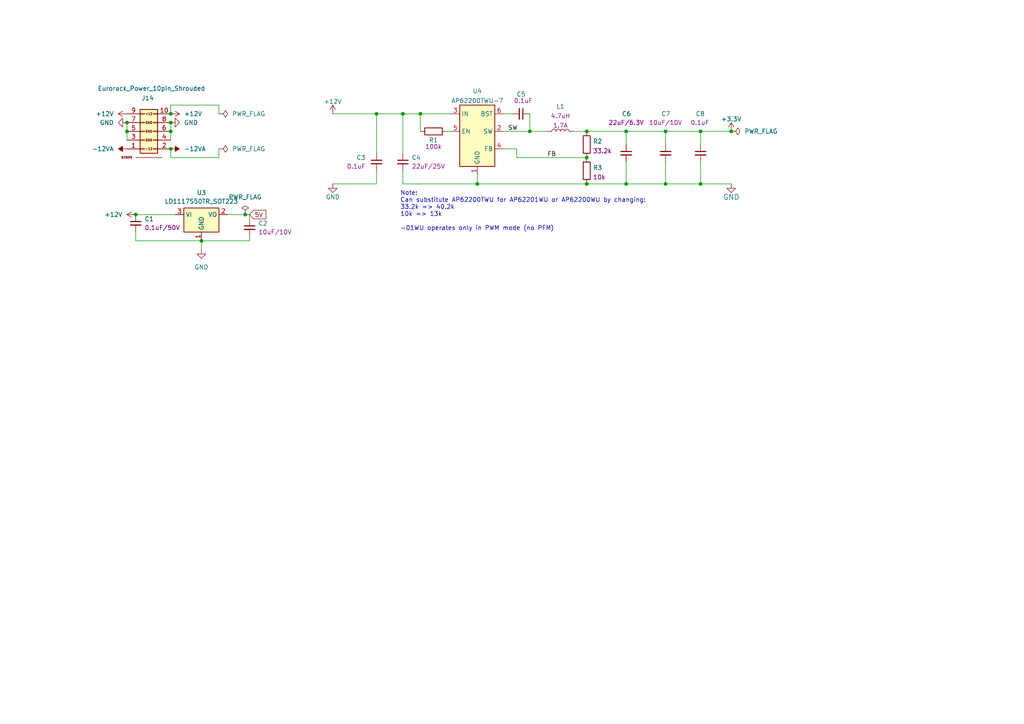
<source format=kicad_sch>
(kicad_sch (version 20231120) (generator "eeschema") (generator_version "8.0")
  (paper "A4")
  (lib_symbols
    (symbol "4ms_Capacitor:0.1uF_0603_16V" (pin_numbers hide) (pin_names (offset 0.254) hide)
      (property "Reference" "C" (at 1.905 1.27 0))
      (property "Display" "0.1uF" (at 1.905 -1.27 0))
      (symbol "0.1uF_0603_16V_0_1"
        (polyline (pts (xy -1.524 -0.508) (xy 1.524 -0.508)) (stroke (width 0.3302)))
        (polyline (pts (xy -1.524 0.508) (xy 1.524 0.508)) (stroke (width 0.3048)))
      )
      (symbol "0.1uF_0603_16V_1_1"
        (pin passive line (at 0 2.54 270) (length 2.032) (name "~") (number "1"))
        (pin passive line (at 0 -2.54 90) (length 2.032) (name "~") (number "2"))
      )
    )
    (symbol "4ms_Capacitor:0.1uF_0805_50V" (pin_numbers hide) (pin_names (offset 0.254))
      (property "Reference" "C" (at 1.905 1.27 0))
      (property "Display" "0.1uF/50V" (at 1.905 -1.27 0))
      (symbol "0.1uF_0805_50V_1_1"
        (polyline (pts (xy -1.524 -0.508) (xy 1.524 -0.508)) (stroke (width 0.3302)))
        (polyline (pts (xy -1.524 0.508) (xy 1.524 0.508)) (stroke (width 0.3048)))
        (pin passive line (at 0 2.54 270) (length 2.032) (name "~") (number "1"))
        (pin passive line (at 0 -2.54 90) (length 2.032) (name "~") (number "2"))
      )
    )
    (symbol "4ms_Capacitor:10uF_0603_10V" (pin_numbers hide) (pin_names (offset 0.254) hide)
      (property "Reference" "C" (at 1.905 1.27 0))
      (property "Display" "10uF/10V" (at 1.905 -1.27 0))
      (symbol "10uF_0603_10V_0_1"
        (polyline (pts (xy -1.524 -0.508) (xy 1.524 -0.508)) (stroke (width 0.3302)))
        (polyline (pts (xy -1.524 0.508) (xy 1.524 0.508)) (stroke (width 0.3048)))
      )
      (symbol "10uF_0603_10V_1_1"
        (pin passive line (at 0 2.54 270) (length 2.032) (name "~") (number "1"))
        (pin passive line (at 0 -2.54 90) (length 2.032) (name "~") (number "2"))
      )
    )
    (symbol "4ms_Capacitor:22uF_0805_25V" (pin_numbers hide) (pin_names (offset 0.254))
      (property "Reference" "C" (at 1.905 1.27 0))
      (property "Display" "22uF/25V" (at 1.905 -1.27 0))
      (symbol "22uF_0805_25V_1_1"
        (polyline (pts (xy -1.524 -0.508) (xy 1.524 -0.508)) (stroke (width 0.3302)))
        (polyline (pts (xy -1.524 0.508) (xy 1.524 0.508)) (stroke (width 0.3048)))
        (pin passive line (at 0 2.54 270) (length 2.032) (name "~") (number "1"))
        (pin passive line (at 0 -2.54 90) (length 2.032) (name "~") (number "2"))
      )
    )
    (symbol "4ms_Capacitor:22uF_0805_6.3V" (pin_numbers hide) (pin_names (offset 0.254) hide)
      (property "Reference" "C" (at 1.905 1.27 0))
      (property "Display" "22uF/6.3V" (at 1.905 -1.27 0))
      (symbol "22uF_0805_6.3V_0_1"
        (polyline (pts (xy -1.524 -0.508) (xy 1.524 -0.508)) (stroke (width 0.3302)))
        (polyline (pts (xy -1.524 0.508) (xy 1.524 0.508)) (stroke (width 0.3048)))
      )
      (symbol "22uF_0805_6.3V_1_1"
        (pin passive line (at 0 2.54 270) (length 2.032) (name "~") (number "1"))
        (pin passive line (at 0 -2.54 90) (length 2.032) (name "~") (number "2"))
      )
    )
    (symbol "4ms_Connector:Eurorack_Power_10pin_Shrouded" (pin_names (offset 0.0254) hide)
      (property "Reference" "J" (at 0 7.62 0))
      (property "Value" "Eurorack_Power_10pin_Shrouded" (at 0 10.16 0))
      (symbol "Eurorack_Power_10pin_Shrouded_0_0"
        (text "+12" (at 0 5.08 0) (effects (font (size 0.635 0.635))))
        (text "-12" (at 0 -5.08 0) (effects (font (size 0.635 0.635))))
        (text "GND" (at 0 -2.54 0) (effects (font (size 0.635 0.635))))
        (text "GND" (at 0 0 0) (effects (font (size 0.635 0.635))))
        (text "GND" (at 0 2.54 0) (effects (font (size 0.635 0.635))))
        (text "STRIPE" (at -6.35 -7.62 0) (effects (font (size 0.635 0.635))))
      )
      (symbol "Eurorack_Power_10pin_Shrouded_0_1"
        (rectangle (start -2.54 -6.35) (end 2.54 6.35) (stroke (width 0.254)) (fill (type background)))
        (rectangle (start -2.54 -4.953) (end -1.27 -5.207))
        (rectangle (start -2.54 -2.413) (end -1.27 -2.667))
        (rectangle (start -2.54 0.127) (end -1.27 -0.127))
        (rectangle (start -2.54 2.667) (end -1.27 2.413))
        (rectangle (start -2.54 5.207) (end -1.27 4.953))
        (polyline (pts (xy -3.81 -7.62) (xy 3.81 -7.62) (xy 1.27 -7.62)))
        (rectangle (start 1.27 -4.953) (end 2.54 -5.207))
        (rectangle (start 1.27 -2.413) (end 2.54 -2.667))
        (rectangle (start 1.27 0.127) (end 2.54 -0.127))
        (rectangle (start 1.27 2.667) (end 2.54 2.413))
        (rectangle (start 1.27 5.207) (end 2.54 4.953))
      )
      (symbol "Eurorack_Power_10pin_Shrouded_1_1"
        (pin passive line (at -6.35 -5.08 0) (length 3.81) (name "-12V") (number "1"))
        (pin passive line (at 6.35 5.08 180) (length 3.81) (name "+12V") (number "10"))
        (pin passive line (at 6.35 -5.08 180) (length 3.81) (name "-12V") (number "2"))
        (pin passive line (at -6.35 -2.54 0) (length 3.81) (name "GND") (number "3"))
        (pin passive line (at 6.35 -2.54 180) (length 3.81) (name "GND") (number "4"))
        (pin passive line (at -6.35 0 0) (length 3.81) (name "GND") (number "5"))
        (pin passive line (at 6.35 0 180) (length 3.81) (name "GND") (number "6"))
        (pin passive line (at -6.35 2.54 0) (length 3.81) (name "GND") (number "7"))
        (pin passive line (at 6.35 2.54 180) (length 3.81) (name "GND") (number "8"))
        (pin passive line (at -6.35 5.08 0) (length 3.81) (name "+12V") (number "9"))
      )
    )
    (symbol "4ms_IC:AP62200TWU-7"
      (property "Reference" "U" (at 0 12.7 0))
      (property "Value" "AP62200TWU-7" (at 0 10.16 0))
      (symbol "AP62200TWU-7_0_1"
        (rectangle (start -5.08 8.89) (end 5.08 -8.89) (stroke (width 0.254)) (fill (type background)))
      )
      (symbol "AP62200TWU-7_1_1"
        (pin power_in line (at 0 -11.43 90) (length 2.54) (name "GND") (number "1"))
        (pin power_out line (at 7.62 1.27 180) (length 2.54) (name "SW") (number "2"))
        (pin power_in line (at -7.62 6.35 0) (length 2.54) (name "IN") (number "3"))
        (pin input line (at 7.62 -3.81 180) (length 2.54) (name "FB") (number "4"))
        (pin input line (at -7.62 1.27 0) (length 2.54) (name "EN") (number "5"))
        (pin output line (at 7.62 6.35 180) (length 2.54) (name "BST") (number "6"))
      )
    )
    (symbol "4ms_Inductor:4.7uH_1.2A_40xx" (pin_numbers hide) (pin_names (offset 1.016) hide)
      (property "Reference" "L" (at -1.27 0 90))
      (property "Display" "4.7uH" (at 2.54 0 90))
      (property "Display 2" "1.7A" (at 4.318 -0.0508 90))
      (symbol "4.7uH_1.2A_40xx_0_1"
        (arc (start 0 -2.54) (mid 0.6323 -1.905) (end 0 -1.27))
        (arc (start 0 -1.27) (mid 0.6323 -0.635) (end 0 0))
        (arc (start 0 0) (mid 0.6323 0.635) (end 0 1.27))
        (arc (start 0 1.27) (mid 0.6323 1.905) (end 0 2.54))
      )
      (symbol "4.7uH_1.2A_40xx_1_1"
        (pin passive line (at 0 3.81 270) (length 1.27) (name "1") (number "1"))
        (pin passive line (at 0 -3.81 90) (length 1.27) (name "2") (number "2"))
      )
    )
    (symbol "4ms_Power-symbol:+12V" (power) (pin_names (offset 0))
      (property "Value" "+12V" (at 0 3.556 0))
      (symbol "+12V_0_1"
        (polyline (pts (xy -0.762 1.27) (xy 0 2.54)))
        (polyline (pts (xy 0 0) (xy 0 2.54)))
        (polyline (pts (xy 0 2.54) (xy 0.762 1.27)))
      )
      (symbol "+12V_1_1"
        (pin power_in line (at 0 0 90) (length 0) hide (name "+12V") (number "1"))
      )
    )
    (symbol "4ms_Power-symbol:+3.3V" (power) (pin_names (offset 0))
      (property "Value" "+3.3V" (at 0 3.556 0))
      (symbol "+3.3V_0_1"
        (polyline (pts (xy -0.762 1.27) (xy 0 2.54)))
        (polyline (pts (xy 0 0) (xy 0 2.54)))
        (polyline (pts (xy 0 2.54) (xy 0.762 1.27)))
      )
      (symbol "+3.3V_1_1"
        (pin power_in line (at 0 0 90) (length 0) hide (name "+3V3") (number "1"))
      )
    )
    (symbol "4ms_Power-symbol:-12VA" (power) (pin_names (offset 0))
      (property "Value" "-12VA" (at 0 3.556 0))
      (symbol "-12VA_0_0"
        (pin power_in line (at 0 0 90) (length 0) hide (name "-12VA") (number "1"))
      )
      (symbol "-12VA_0_1"
        (polyline (pts (xy 0 0) (xy 0 1.27) (xy 0.762 1.27) (xy 0 2.54) (xy -0.762 1.27) (xy 0 1.27)) (fill (type outline)))
      )
    )
    (symbol "4ms_Power-symbol:GND" (power) (pin_names (offset 0))
      (property "Value" "GND" (at 0 -3.81 0))
      (symbol "GND_0_1"
        (polyline (pts (xy 0 0) (xy 0 -1.27) (xy 1.27 -1.27) (xy 0 -2.54) (xy -1.27 -1.27) (xy 0 -1.27)))
      )
      (symbol "GND_1_1"
        (pin power_in line (at 0 0 270) (length 0) hide (name "GND") (number "1"))
      )
    )
    (symbol "4ms_Resistor:100k_0603" (pin_numbers hide) (pin_names (offset 0))
      (property "Reference" "R" (at 2.032 0 90))
      (property "Display" "100k" (at 3.81 0 90))
      (symbol "100k_0603_0_1"
        (rectangle (start -1.016 -2.54) (end 1.016 2.54) (stroke (width 0.254)))
      )
      (symbol "100k_0603_1_1"
        (pin passive line (at 0 3.81 270) (length 1.27) (name "~") (number "1"))
        (pin passive line (at 0 -3.81 90) (length 1.27) (name "~") (number "2"))
      )
    )
    (symbol "4ms_Resistor:10k_0603" (pin_numbers hide) (pin_names (offset 0))
      (property "Reference" "R" (at 2.032 0 90))
      (property "Display" "10k" (at 3.81 0 90))
      (symbol "10k_0603_0_1"
        (rectangle (start -1.016 -2.54) (end 1.016 2.54) (stroke (width 0.254)))
      )
      (symbol "10k_0603_1_1"
        (pin passive line (at 0 3.81 270) (length 1.27) (name "~") (number "1"))
        (pin passive line (at 0 -3.81 90) (length 1.27) (name "~") (number "2"))
      )
    )
    (symbol "4ms_Resistor:33.2k_0603" (pin_numbers hide) (pin_names (offset 0))
      (property "Reference" "R" (at 2.032 0 90))
      (property "Display" "33.2k" (at 3.81 0 90))
      (symbol "33.2k_0603_0_1"
        (rectangle (start -1.016 -2.54) (end 1.016 2.54) (stroke (width 0.254)))
      )
      (symbol "33.2k_0603_1_1"
        (pin passive line (at 0 3.81 270) (length 1.27) (name "~") (number "1"))
        (pin passive line (at 0 -3.81 90) (length 1.27) (name "~") (number "2"))
      )
    )
    (symbol "Regulator_Linear:LD1117S50TR_SOT223"
      (property "Reference" "U" (at -3.81 3.175 0))
      (property "Value" "LD1117S50TR_SOT223" (at 0 3.175 0))
      (symbol "LD1117S50TR_SOT223_0_1"
        (rectangle (start -5.08 -5.08) (end 5.08 1.905) (stroke (width 0.254)) (fill (type background)))
      )
      (symbol "LD1117S50TR_SOT223_1_1"
        (pin power_in line (at 0 -7.62 90) (length 2.54) (name "GND") (number "1"))
        (pin power_out line (at 7.62 0 180) (length 2.54) (name "VO") (number "2"))
        (pin power_in line (at -7.62 0 0) (length 2.54) (name "VI") (number "3"))
      )
    )
    (symbol "power:GND" (power) (pin_numbers hide) (pin_names (offset 0) hide)
      (property "Value" "GND" (at 0 -3.81 0))
      (symbol "GND_0_1"
        (polyline (pts (xy 0 0) (xy 0 -1.27) (xy 1.27 -1.27) (xy 0 -2.54) (xy -1.27 -1.27) (xy 0 -1.27)))
      )
      (symbol "GND_1_1"
        (pin power_in line (at 0 0 270) (length 0) (name "~") (number "1"))
      )
    )
    (symbol "power:PWR_FLAG" (power) (pin_numbers hide) (pin_names (offset 0) hide)
      (property "Value" "PWR_FLAG" (at 0 3.81 0))
      (symbol "PWR_FLAG_0_0"
        (pin power_out line (at 0 0 90) (length 0) (name "~") (number "1"))
      )
      (symbol "PWR_FLAG_0_1"
        (polyline (pts (xy 0 0) (xy 0 1.27) (xy -1.016 1.905) (xy 0 2.54) (xy 1.016 1.905) (xy 0 1.27)))
      )
    )
  )
  (junction (at 170.18 45.72))
  (junction (at 181.61 38.1))
  (junction (at 138.43 53.34))
  (junction (at 170.18 53.34))
  (junction (at 49.53 38.1))
  (junction (at 39.37 62.23))
  (junction (at 212.09 38.1))
  (junction (at 121.92 33.02))
  (junction (at 170.18 38.1))
  (junction (at 58.42 69.85))
  (junction (at 49.53 35.56))
  (junction (at 116.84 33.02))
  (junction (at 36.83 35.56))
  (junction (at 203.2 53.34))
  (junction (at 193.04 53.34))
  (junction (at 153.67 38.1))
  (junction (at 36.83 38.1))
  (junction (at 71.12 62.23))
  (junction (at 49.53 33.02))
  (junction (at 109.22 33.02))
  (junction (at 193.04 38.1))
  (junction (at 49.53 43.18))
  (junction (at 181.61 53.34))
  (junction (at 203.2 38.1))
  (wire (pts (xy 63.5 33.02) (xy 63.5 30.48)))
  (wire (pts (xy 170.18 38.1) (xy 181.61 38.1)))
  (wire (pts (xy 193.04 38.1) (xy 193.04 41.91)))
  (wire (pts (xy 72.39 69.85) (xy 72.39 68.58)))
  (wire (pts (xy 49.53 45.72) (xy 63.5 45.72)))
  (wire (pts (xy 72.39 62.23) (xy 72.39 63.5)))
  (wire (pts (xy 170.18 53.34) (xy 181.61 53.34)))
  (wire (pts (xy 49.53 35.56) (xy 49.53 38.1)))
  (wire (pts (xy 121.92 38.1) (xy 121.92 33.02)))
  (wire (pts (xy 203.2 38.1) (xy 212.09 38.1)))
  (wire (pts (xy 138.43 53.34) (xy 170.18 53.34)))
  (wire (pts (xy 39.37 69.85) (xy 58.42 69.85)))
  (wire (pts (xy 116.84 53.34) (xy 138.43 53.34)))
  (wire (pts (xy 203.2 53.34) (xy 212.09 53.34)))
  (wire (pts (xy 193.04 38.1) (xy 203.2 38.1)))
  (wire (pts (xy 193.04 53.34) (xy 203.2 53.34)))
  (wire (pts (xy 58.42 69.85) (xy 72.39 69.85)))
  (wire (pts (xy 153.67 38.1) (xy 153.67 33.02)))
  (wire (pts (xy 121.92 33.02) (xy 130.81 33.02)))
  (wire (pts (xy 109.22 44.45) (xy 109.22 33.02)))
  (wire (pts (xy 203.2 46.99) (xy 203.2 53.34)))
  (wire (pts (xy 49.53 38.1) (xy 49.53 40.64)))
  (wire (pts (xy 149.86 45.72) (xy 170.18 45.72)))
  (wire (pts (xy 116.84 49.53) (xy 116.84 53.34)))
  (wire (pts (xy 146.05 33.02) (xy 148.59 33.02)))
  (wire (pts (xy 166.37 38.1) (xy 170.18 38.1)))
  (wire (pts (xy 109.22 53.34) (xy 96.52 53.34)))
  (wire (pts (xy 149.86 45.72) (xy 149.86 43.18)))
  (wire (pts (xy 36.83 35.56) (xy 36.83 38.1)))
  (wire (pts (xy 71.12 62.23) (xy 72.39 62.23)))
  (wire (pts (xy 36.83 38.1) (xy 36.83 40.64)))
  (wire (pts (xy 138.43 50.8) (xy 138.43 53.34)))
  (wire (pts (xy 96.52 33.02) (xy 109.22 33.02)))
  (wire (pts (xy 116.84 33.02) (xy 116.84 44.45)))
  (wire (pts (xy 181.61 46.99) (xy 181.61 53.34)))
  (wire (pts (xy 116.84 33.02) (xy 121.92 33.02)))
  (wire (pts (xy 49.53 30.48) (xy 49.53 33.02)))
  (wire (pts (xy 146.05 38.1) (xy 153.67 38.1)))
  (wire (pts (xy 58.42 69.85) (xy 58.42 72.39)))
  (wire (pts (xy 49.53 43.18) (xy 49.53 45.72)))
  (wire (pts (xy 181.61 38.1) (xy 193.04 38.1)))
  (wire (pts (xy 130.81 38.1) (xy 129.54 38.1)))
  (wire (pts (xy 109.22 33.02) (xy 116.84 33.02)))
  (wire (pts (xy 153.67 38.1) (xy 158.75 38.1)))
  (wire (pts (xy 39.37 67.31) (xy 39.37 69.85)))
  (wire (pts (xy 181.61 38.1) (xy 181.61 41.91)))
  (wire (pts (xy 203.2 41.91) (xy 203.2 38.1)))
  (wire (pts (xy 193.04 46.99) (xy 193.04 53.34)))
  (wire (pts (xy 181.61 53.34) (xy 193.04 53.34)))
  (wire (pts (xy 109.22 49.53) (xy 109.22 53.34)))
  (wire (pts (xy 39.37 62.23) (xy 50.8 62.23)))
  (wire (pts (xy 149.86 43.18) (xy 146.05 43.18)))
  (wire (pts (xy 63.5 45.72) (xy 63.5 43.18)))
  (wire (pts (xy 63.5 30.48) (xy 49.53 30.48)))
  (wire (pts (xy 66.04 62.23) (xy 71.12 62.23)))
  (text "Note:\nCan substitute AP62200TWU for AP62201WU or AP62200WU by changing:\n33.2k => 40.2k\n10k => 13k\n\n-01WU operates only in PWM mode (no PFM)" (at 116.078 67.056 0) (effects (font (size 1.27 1.27)) (justify left bottom)))
  (label "SW" (at 147.32 38.1 0))
  (label "FB" (at 158.75 45.72 0))
  (global_label "5V" (shape input) (at 72.39 62.23 0) (property "Intersheetrefs" "${INTERSHEET_REFS}" (effects (hide yes))))
  (symbol (lib_id "4ms_Power-symbol:+12V") (at 96.52 33.02 0) (unit 1)
    (property "Reference" "#PWR048" (effects (hide yes)))
    (property "Value" "+12V" (at 96.52 29.464 0))
  )
  (symbol (lib_id "4ms_Inductor:4.7uH_1.2A_40xx") (at 162.56 38.1 90) (unit 1)
    (property "Reference" "L1" (at 162.56 30.8503 90))
    (property "Value" "4.7uH_1.2A_40xx" (effects (hide yes)))
    (property "Footprint" "Inductor_SMD:L_Taiyo-Yuden_NR-40xx" (effects (hide yes)))
    (property "Datasheet" "https://www.mouser.com/datasheet/2/3/ASPI-4030S-1774929.pdf" (effects (hide yes)))
    (property "Specifications" "4.7uH, Isat>1.7A, Idc>1.2A, Rdc<=108mOhms, shielded" (effects (hide yes)))
    (property "Manufacturer" "Taiyo Yuden" (effects (hide yes)))
    (property "Part Number" "NRS4018T6R8MDGJ" (effects (hide yes)))
    (property "Display" "4.7uH" (at 162.56 33.6254 90))
    (property "Display 2" "1.7A" (at 162.56 36.4005 90))
    (property "Manufacturer 2" "Taiyo Yuden" (effects (hide yes)))
    (property "Part Number 2" "NR4018T4R7M" (effects (hide yes)))
    (property "Manufacturer 3" "Bournes" (effects (hide yes)))
    (property "Part Number 3" "SRN4018TA-4R7M" (effects (hide yes)))
    (property "Manufacturer 4" "ABRACON" (effects (hide yes)))
    (property "Part Number 4" "ASPI-0418FS-4R7M-T3" (effects (hide yes)))
  )
  (symbol (lib_id "4ms_Capacitor:0.1uF_0603_16V") (at 109.22 46.99 0) (unit 1)
    (property "Reference" "C3" (at 106.045 45.72 0) (effects (justify right)))
    (property "Value" "0.1uF_0603_16V" (effects (hide yes)))
    (property "Footprint" "4ms_Capacitor:C_0603" (effects (hide yes)))
    (property "Display" "0.1uF" (at 106.045 48.26 0) (effects (justify right)))
    (property "Manufacturer" "AVX Corporation" (effects (hide yes)))
    (property "Part Number" "0603YC104KAT2A" (effects (hide yes)))
    (property "Specifications" "0.1uF, Min. 16V 10%, X7R or X5R or similar" (effects (hide yes)))
    (property "JLCPCB ID" "C14663" (effects (hide yes)))
  )
  (symbol (lib_id "4ms_Power-symbol:+12V") (at 39.37 62.23 90) (unit 1)
    (property "Reference" "#PWR043" (effects (hide yes)))
    (property "Value" "+12V" (at 35.56 62.2299 90) (effects (justify left)))
  )
  (symbol (lib_id "4ms_Capacitor:10uF_0603_10V") (at 72.39 66.04 0) (unit 1)
    (property "Reference" "C2" (at 74.93 64.7762 0) (effects (justify left)))
    (property "Value" "10uF_0603_10V" (effects (hide yes)))
    (property "Footprint" "4ms_Capacitor:C_0603" (effects (hide yes)))
    (property "Description" "10uF, Min. 10V X5R 10%" (effects (hide yes)))
    (property "Specifications" "10uF, Min. 10V X5R 10%" (effects (hide yes)))
    (property "Manufacturer" "Murata" (effects (hide yes)))
    (property "Part Number" "GRM188R61A106KE69D" (effects (hide yes)))
    (property "Display" "10uF/10V" (at 74.93 67.3162 0) (effects (justify left)))
    (property "JLCPCB ID" "C19702" (effects (hide yes)))
    (property "Production Stage" "A" (effects (hide yes)))
  )
  (symbol (lib_id "power:GND") (at 58.42 72.39 0) (unit 1)
    (property "Reference" "#PWR047" (effects (hide yes)))
    (property "Value" "GND" (at 58.42 77.47 0))
    (property "Description" "Power symbol creates a global label with name \"GND\" , ground" (effects (hide yes)))
  )
  (symbol (lib_id "4ms_Power-symbol:-12VA") (at 36.83 43.18 90) (unit 1)
    (property "Reference" "#PWR042" (effects (hide yes)))
    (property "Value" "-12VA" (at 33.02 43.1799 90) (effects (justify left)))
  )
  (symbol (lib_id "4ms_IC:AP62200TWU-7") (at 138.43 39.37 0) (unit 1)
    (property "Reference" "U4" (at 138.43 26.3652 0))
    (property "Value" "AP62200TWU-7" (at 138.43 29.21 0))
    (property "Footprint" "4ms_Package_SOT:TSOT-23-6" (effects (hide yes)))
    (property "Datasheet" "https://www.mouser.com/datasheet/2/115/DIOD_S_A0012994370_1-2543895.pdf" (effects (hide yes)))
    (property "Manufacturer" "Diodes Incorporated" (effects (hide yes)))
    (property "Specifications" "DC/DC Buck Converter 750kHz 18VinMax 2A Synchronous" (effects (hide yes)))
    (property "Part Number" "AP62200T" (effects (hide yes)))
  )
  (symbol (lib_id "power:PWR_FLAG") (at 63.5 33.02 270) (unit 1)
    (property "Reference" "#FLG01" (effects (hide yes)))
    (property "Value" "PWR_FLAG" (at 67.31 33.0199 90) (effects (justify left)))
    (property "Description" "Special symbol for telling ERC where power comes from" (effects (hide yes)))
  )
  (symbol (lib_id "4ms_Capacitor:0.1uF_0805_50V") (at 39.37 64.77 0) (unit 1)
    (property "Reference" "C1" (at 41.91 63.5062 0) (effects (justify left)))
    (property "Value" "0.1uF_0805_50V" (effects (hide yes)))
    (property "Footprint" "4ms_Capacitor:C_0805" (effects (hide yes)))
    (property "Description" "0.1uF, 50V, 0805, MLCC, X5R or similar" (effects (hide yes)))
    (property "Specifications" "0.1uF, 50V, 0805, MLCC, X5R or similar" (effects (hide yes)))
    (property "Manufacturer" "Murata" (effects (hide yes)))
    (property "Part Number" "GCJ21BL81H104KA01L" (effects (hide yes)))
    (property "Display" "0.1uF/50V" (at 41.91 66.0462 0) (effects (justify left)))
    (property "Production Stage" "A" (effects (hide yes)))
  )
  (symbol (lib_id "4ms_Capacitor:22uF_0805_6.3V") (at 181.61 44.45 0) (unit 1)
    (property "Reference" "C6" (at 180.34 33.02 0) (effects (justify left)))
    (property "Value" "22uF_0805_6.3V" (effects (hide yes)))
    (property "Footprint" "4ms_Capacitor:C_0805" (effects (hide yes)))
    (property "Manufacturer" "Taiyo Yuden" (effects (hide yes)))
    (property "Part number" "JMK212ABJ226MD-T" (effects (hide yes)))
    (property "Specifications" "22uF, Min 6.3V, MLCC, X5R X7S or similar" (effects (hide yes)))
    (property "Display" "22uF/6.3V" (at 181.61 35.56 0))
    (property "Part Number" "JMK212ABJ226MD-T" (effects (hide yes)))
    (property "JLCPCB ID" "C45783" (effects (hide yes)))
  )
  (symbol (lib_id "4ms_Resistor:100k_0603") (at 125.73 38.1 270) (unit 1)
    (property "Reference" "R1" (at 125.73 40.64 90))
    (property "Value" "100k_0603" (effects (hide yes)))
    (property "Footprint" "4ms_Resistor:R_0603" (effects (hide yes)))
    (property "Display" "100k" (at 125.73 42.545 90))
    (property "Manufacturer" "Yageo" (effects (hide yes)))
    (property "Part Number" "RC0603FR-07100KL" (effects (hide yes)))
    (property "Specifications" "100K, 1%, 1/10W, 0603" (effects (hide yes)))
    (property "JLCPCB ID" "C25803" (effects (hide yes)))
  )
  (symbol (lib_id "power:PWR_FLAG") (at 71.12 62.23 0) (unit 1)
    (property "Reference" "#FLG03" (effects (hide yes)))
    (property "Value" "PWR_FLAG" (at 71.12 57.15 0))
    (property "Description" "Special symbol for telling ERC where power comes from" (effects (hide yes)))
  )
  (symbol (lib_id "4ms_Power-symbol:+3.3V") (at 212.09 38.1 0) (unit 1)
    (property "Reference" "#PWR050" (effects (hide yes)))
    (property "Value" "+3.3V" (at 212.09 34.544 0))
  )
  (symbol (lib_id "power:GND") (at 36.83 35.56 270) (unit 1)
    (property "Reference" "#PWR041" (effects (hide yes)))
    (property "Value" "GND" (at 33.02 35.5599 90) (effects (justify right)))
    (property "Description" "Power symbol creates a global label with name \"GND\" , ground" (effects (hide yes)))
  )
  (symbol (lib_id "4ms_Capacitor:10uF_0603_10V") (at 193.04 44.45 0) (unit 1)
    (property "Reference" "C7" (at 191.77 33.02 0) (effects (justify left)))
    (property "Value" "10uF_0603_10V" (effects (hide yes)))
    (property "Footprint" "4ms_Capacitor:C_0603" (effects (hide yes)))
    (property "Specifications" "10uF, Min. 10V X5R 10%" (effects (hide yes)))
    (property "Display" "10uF/10V" (at 193.04 35.56 0))
    (property "Manufacturer" "Murata" (effects (hide yes)))
    (property "Part Number" "GRM188R61A106KE69D" (effects (hide yes)))
    (property "JLCPCB ID" "C19702" (effects (hide yes)))
  )
  (symbol (lib_id "4ms_Resistor:33.2k_0603") (at 170.18 41.91 0) (unit 1)
    (property "Reference" "R2" (at 171.958 41.0015 0) (effects (justify left)))
    (property "Value" "33.2k_0603" (effects (hide yes)))
    (property "Footprint" "4ms_Resistor:R_0603" (effects (hide yes)))
    (property "Specifications" "33.2k, 1%, 1/10W, 0603" (effects (hide yes)))
    (property "Manufacturer" "Yageo" (effects (hide yes)))
    (property "Part Number" "RT0603FRE0733K2L" (effects (hide yes)))
    (property "Display" "33.2k" (at 171.958 43.7766 0) (effects (justify left)))
    (property "JLCPCB ID" "C23003" (effects (hide yes)))
  )
  (symbol (lib_id "4ms_Power-symbol:+12V") (at 49.53 33.02 270) (unit 1)
    (property "Reference" "#PWR044" (effects (hide yes)))
    (property "Value" "+12V" (at 53.34 33.0199 90) (effects (justify left)))
  )
  (symbol (lib_id "4ms_Resistor:10k_0603") (at 170.18 49.53 0) (unit 1)
    (property "Reference" "R3" (at 171.958 48.6215 0) (effects (justify left)))
    (property "Value" "10k_0603" (effects (hide yes)))
    (property "Footprint" "4ms_Resistor:R_0603" (effects (hide yes)))
    (property "Specifications" "10K, 1%, 1/10W, 0603" (effects (hide yes)))
    (property "Manufacturer" "Yageo" (effects (hide yes)))
    (property "Part Number" "RC0603FR-0710KL" (effects (hide yes)))
    (property "Display" "10k" (at 171.958 51.3966 0) (effects (justify left)))
    (property "JLCPCB ID" "C25804" (effects (hide yes)))
  )
  (symbol (lib_id "4ms_Capacitor:0.1uF_0603_16V") (at 203.2 44.45 0) (unit 1)
    (property "Reference" "C8" (at 204.47 33.02 0) (effects (justify right)))
    (property "Value" "0.1uF_0603_16V" (effects (hide yes)))
    (property "Footprint" "4ms_Capacitor:C_0603" (effects (hide yes)))
    (property "Display" "0.1uF" (at 205.74 35.56 0) (effects (justify right)))
    (property "Manufacturer" "AVX Corporation" (effects (hide yes)))
    (property "Part Number" "0603YC104KAT2A" (effects (hide yes)))
    (property "Specifications" "0.1uF, Min. 16V 10%, X7R or X5R or similar" (effects (hide yes)))
    (property "JLCPCB ID" "C14663" (effects (hide yes)))
  )
  (symbol (lib_id "power:PWR_FLAG") (at 63.5 43.18 270) (unit 1)
    (property "Reference" "#FLG02" (effects (hide yes)))
    (property "Value" "PWR_FLAG" (at 67.31 43.1799 90) (effects (justify left)))
    (property "Description" "Special symbol for telling ERC where power comes from" (effects (hide yes)))
  )
  (symbol (lib_id "4ms_Power-symbol:+12V") (at 36.83 33.02 90) (unit 1)
    (property "Reference" "#PWR040" (effects (hide yes)))
    (property "Value" "+12V" (at 33.02 33.0199 90) (effects (justify left)))
  )
  (symbol (lib_id "4ms_Capacitor:22uF_0805_25V") (at 116.84 46.99 0) (unit 1)
    (property "Reference" "C4" (at 119.38 45.72 0) (effects (justify left)))
    (property "Value" "22uF_0805_25V" (effects (hide yes)))
    (property "Footprint" "4ms_Capacitor:C_0805" (effects (hide yes)))
    (property "Specifications" "22uF, Min 25V, 0805, MLCC, X5R or similar" (effects (hide yes)))
    (property "Display" "22uF/25V" (at 119.38 48.26 0) (effects (justify left)))
    (property "Manufacturer" "Murata" (effects (hide yes)))
    (property "Part Number" "GRM21BR61E226ME44L" (effects (hide yes)))
    (property "JLCPCB ID" "C45783" (effects (hide yes)))
  )
  (symbol (lib_id "Regulator_Linear:LD1117S50TR_SOT223") (at 58.42 62.23 0) (unit 1)
    (property "Reference" "U3" (at 58.42 55.88 0))
    (property "Value" "LD1117S50TR_SOT223" (at 58.42 58.42 0))
    (property "Footprint" "Package_TO_SOT_SMD:SOT-223-3_TabPin2" (effects (hide yes)))
    (property "Datasheet" "http://www.st.com/st-web-ui/static/active/en/resource/technical/document/datasheet/CD00000544.pdf" (effects (hide yes)))
    (property "Description" "800mA Fixed Low Drop Positive Voltage Regulator, Fixed Output 5.0V, SOT-223" (effects (hide yes)))
  )
  (symbol (lib_id "4ms_Power-symbol:GND") (at 96.52 53.34 0) (unit 1)
    (property "Reference" "#PWR049" (effects (hide yes)))
    (property "Value" "GND" (at 96.52 57.15 0))
  )
  (symbol (lib_id "4ms_Power-symbol:-12VA") (at 49.53 43.18 270) (unit 1)
    (property "Reference" "#PWR046" (effects (hide yes)))
    (property "Value" "-12VA" (at 53.34 43.1799 90) (effects (justify left)))
  )
  (symbol (lib_id "power:GND") (at 49.53 35.56 90) (unit 1)
    (property "Reference" "#PWR045" (effects (hide yes)))
    (property "Value" "GND" (at 53.34 35.5599 90) (effects (justify right)))
    (property "Description" "Power symbol creates a global label with name \"GND\" , ground" (effects (hide yes)))
  )
  (symbol (lib_id "4ms_Capacitor:0.1uF_0603_16V") (at 151.13 33.02 270) (unit 1)
    (property "Reference" "C5" (at 151.13 27.3304 90))
    (property "Value" "0.1uF_0603_16V" (effects (hide yes)))
    (property "Footprint" "4ms_Capacitor:C_0603" (effects (hide yes)))
    (property "Specifications" "0.1uF, Min. 16V 10%, X7R or X5R or similar" (effects (hide yes)))
    (property "Display" "0.1uF" (at 151.765 29.21 90))
    (property "Manufacturer" "AVX Corporation" (effects (hide yes)))
    (property "Part Number" "0603YC104KAT2A" (effects (hide yes)))
    (property "JLCPCB ID" "C14663" (effects (hide yes)))
  )
  (symbol (lib_id "power:PWR_FLAG") (at 212.09 38.1 270) (unit 1)
    (property "Reference" "#FLG04" (effects (hide yes)))
    (property "Value" "PWR_FLAG" (at 215.9 38.0999 90) (effects (justify left)))
    (property "Description" "Special symbol for telling ERC where power comes from" (effects (hide yes)))
  )
  (symbol (lib_id "4ms_Power-symbol:GND") (at 212.09 53.34 0) (unit 1)
    (property "Reference" "#PWR051" (effects (hide yes)))
    (property "Value" "GND" (at 212.09 57.15 0) (effects (font (size 1.524 1.524))))
  )
  (symbol (lib_id "4ms_Connector:Eurorack_Power_10pin_Shrouded") (at 43.18 38.1 0) (unit 1)
    (property "Reference" "J14" (at 42.8513 28.448 0))
    (property "Value" "Eurorack_Power_10pin_Shrouded" (at 43.942 25.654 0))
    (property "Footprint" "4ms_Connector:Pins_2x05_2.54mm_TH_EurorackPower_Shrouded" (effects (hide yes)))
    (property "Datasheet" "https://www.mouser.com/datasheet/2/445/61201021621-1717731.pdf" (effects (hide yes)))
    (property "Description" "HEADER 2x5 MALE PINS 0.100” 180deg" (effects (hide yes)))
    (property "Specifications" "Shrouded header 10-Pin 2.54 Pitch" (effects (hide yes)))
    (property "Manufacturer" "Wurth Elektronik" (effects (hide yes)))
    (property "Part Number" "61201021621" (effects (hide yes)))
    (property "Production Stage" "B" (effects (hide yes)))
  )
)
</source>
